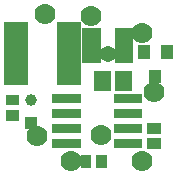
<source format=gbr>
G04 start of page 6 for group -4063 idx -4063 *
G04 Title: (unknown), componentmask *
G04 Creator: pcb 20140316 *
G04 CreationDate: Sat Sep  5 02:44:50 2015 UTC *
G04 For: dima *
G04 Format: Gerber/RS-274X *
G04 PCB-Dimensions (mil): 944.88 944.88 *
G04 PCB-Coordinate-Origin: lower left *
%MOIN*%
%FSLAX25Y25*%
%LNTOPMASK*%
%ADD61R,0.0400X0.0400*%
%ADD60R,0.0572X0.0572*%
%ADD59R,0.0300X0.0300*%
%ADD58R,0.0355X0.0355*%
%ADD57C,0.0394*%
%ADD56C,0.0001*%
%ADD55R,0.0397X0.0397*%
%ADD54R,0.0807X0.0807*%
%ADD53C,0.0540*%
%ADD52C,0.0700*%
G54D52*X32677Y30709D03*
X71738Y45592D03*
X43963Y22508D03*
X53937Y31102D03*
X67636Y65359D03*
X35370Y71432D03*
X50787Y70866D03*
G54D53*X56299Y58268D03*
G54D52*X67717Y22441D03*
G54D54*X43263Y65002D02*Y51813D01*
G54D55*X49771Y64769D02*X51837D01*
X49771Y61029D02*X51837D01*
X49771Y57289D02*X51837D01*
G54D56*G36*
X28535Y37102D02*Y33165D01*
X32472D01*
Y37102D01*
X28535D01*
G37*
G54D57*X30504Y43007D03*
G54D58*X24012Y37789D02*X24996D01*
X24012Y42907D02*X24996D01*
G54D54*X25744Y65002D02*Y51813D01*
G54D59*X39242Y43307D02*X45742D01*
X39242Y38307D02*X45742D01*
G54D58*X54122Y22899D02*Y21915D01*
X49004Y22899D02*Y21915D01*
G54D59*X39242Y33307D02*X45742D01*
X39242Y28307D02*X45742D01*
G54D60*X54503Y49600D02*Y48814D01*
X61589Y49600D02*Y48814D01*
G54D59*X59742Y38307D02*X66242D01*
X59742Y43307D02*X66242D01*
G54D61*X76004Y59207D02*Y58607D01*
X68204Y59207D02*Y58607D01*
G54D55*X60498Y64769D02*X62565D01*
X60498Y61029D02*X62565D01*
X60498Y57289D02*X62565D01*
G54D59*X59742Y28307D02*X66242D01*
X59742Y33307D02*X66242D01*
G54D58*X71212Y33466D02*X72196D01*
X71212Y28348D02*X72196D01*
G54D61*X72104Y51007D02*Y50407D01*
M02*

</source>
